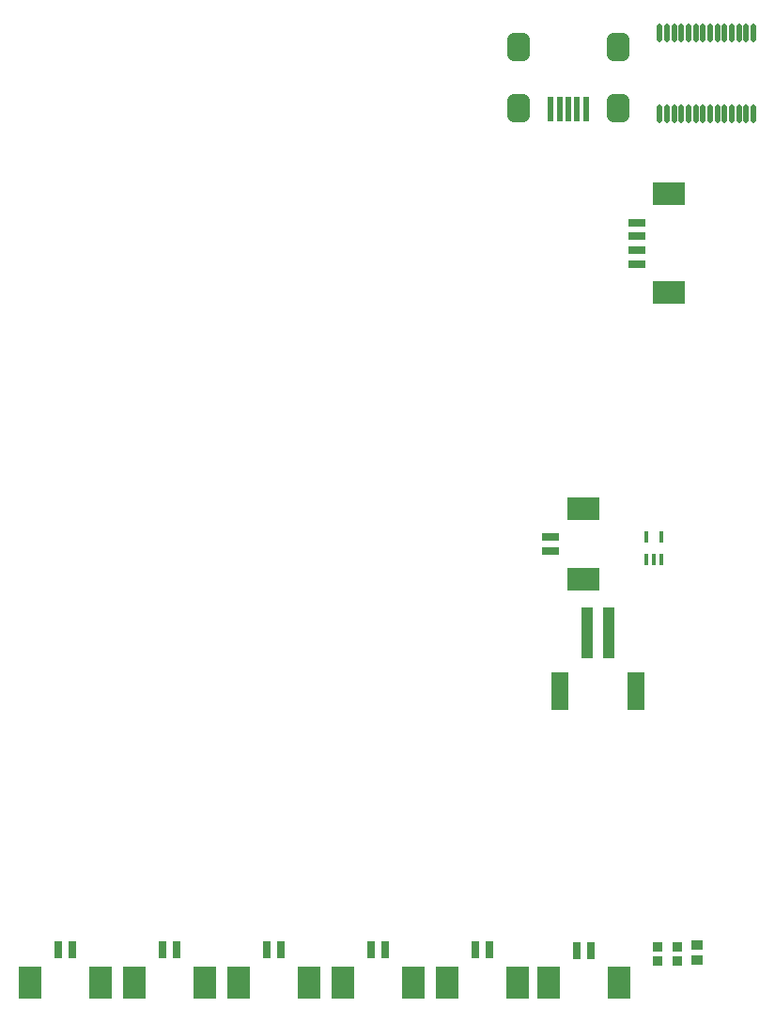
<source format=gtp>
G04*
G04 #@! TF.GenerationSoftware,Altium Limited,Altium Designer,19.0.15 (446)*
G04*
G04 Layer_Color=8421504*
%FSLAX25Y25*%
%MOIN*%
G70*
G01*
G75*
%ADD14R,0.01400X0.04000*%
%ADD15R,0.11811X0.08268*%
%ADD16R,0.06299X0.03150*%
%ADD17R,0.08268X0.11811*%
%ADD18R,0.03150X0.06299*%
%ADD19R,0.03937X0.18110*%
%ADD20R,0.06299X0.13386*%
%ADD21R,0.03937X0.03543*%
%ADD22R,0.03740X0.03347*%
G04:AMPARAMS|DCode=23|XSize=78.74mil|YSize=98.43mil|CornerRadius=19.68mil|HoleSize=0mil|Usage=FLASHONLY|Rotation=180.000|XOffset=0mil|YOffset=0mil|HoleType=Round|Shape=RoundedRectangle|*
%AMROUNDEDRECTD23*
21,1,0.07874,0.05906,0,0,180.0*
21,1,0.03937,0.09843,0,0,180.0*
1,1,0.03937,-0.01968,0.02953*
1,1,0.03937,0.01968,0.02953*
1,1,0.03937,0.01968,-0.02953*
1,1,0.03937,-0.01968,-0.02953*
%
%ADD23ROUNDEDRECTD23*%
%ADD24R,0.01968X0.08858*%
%ADD25O,0.01968X0.06496*%
D14*
X282800Y147461D02*
D03*
X288000D02*
D03*
Y139461D02*
D03*
X285400D02*
D03*
X282800D02*
D03*
D15*
X260209Y132500D02*
D03*
X260209Y157500D02*
D03*
X290709Y234079D02*
D03*
Y268921D02*
D03*
D16*
X248791Y147461D02*
D03*
Y142539D02*
D03*
X279291Y253961D02*
D03*
Y249039D02*
D03*
Y244118D02*
D03*
X279291Y258882D02*
D03*
D17*
X212000Y-10500D02*
D03*
X237000Y-10500D02*
D03*
X248000Y-10709D02*
D03*
X273000Y-10709D02*
D03*
X175000Y-10500D02*
D03*
X200000Y-10500D02*
D03*
X138000D02*
D03*
X163000Y-10500D02*
D03*
X101000Y-10500D02*
D03*
X126000Y-10500D02*
D03*
X64000D02*
D03*
X89000Y-10500D02*
D03*
D18*
X226961Y917D02*
D03*
X222039D02*
D03*
X262961Y709D02*
D03*
X258039D02*
D03*
X189961Y917D02*
D03*
X185039D02*
D03*
X152961Y917D02*
D03*
X148039D02*
D03*
X115961Y917D02*
D03*
X111039D02*
D03*
X78961Y917D02*
D03*
X74039D02*
D03*
D19*
X269437Y113236D02*
D03*
X261563D02*
D03*
D20*
X278886Y92764D02*
D03*
X252114D02*
D03*
D21*
X300500Y-2657D02*
D03*
Y2657D02*
D03*
D22*
X293500Y-3059D02*
D03*
Y2059D02*
D03*
X286520Y2059D02*
D03*
Y-3059D02*
D03*
D23*
X272520Y299459D02*
D03*
Y320915D02*
D03*
X237480D02*
D03*
Y299459D02*
D03*
D24*
X255000Y299085D02*
D03*
X258150D02*
D03*
X261299D02*
D03*
X251850D02*
D03*
X248701D02*
D03*
D25*
X287441Y297524D02*
D03*
X290000D02*
D03*
X292559D02*
D03*
X295118D02*
D03*
X297677D02*
D03*
X300236D02*
D03*
X302795D02*
D03*
X305354D02*
D03*
X307913D02*
D03*
X310472D02*
D03*
X313032D02*
D03*
X315591D02*
D03*
X318150D02*
D03*
X320709D02*
D03*
X287441Y326067D02*
D03*
X290000D02*
D03*
X292559D02*
D03*
X295118D02*
D03*
X297677D02*
D03*
X300236D02*
D03*
X302795D02*
D03*
X305354D02*
D03*
X307913D02*
D03*
X310472D02*
D03*
X313032D02*
D03*
X315591D02*
D03*
X318150D02*
D03*
X320709D02*
D03*
M02*

</source>
